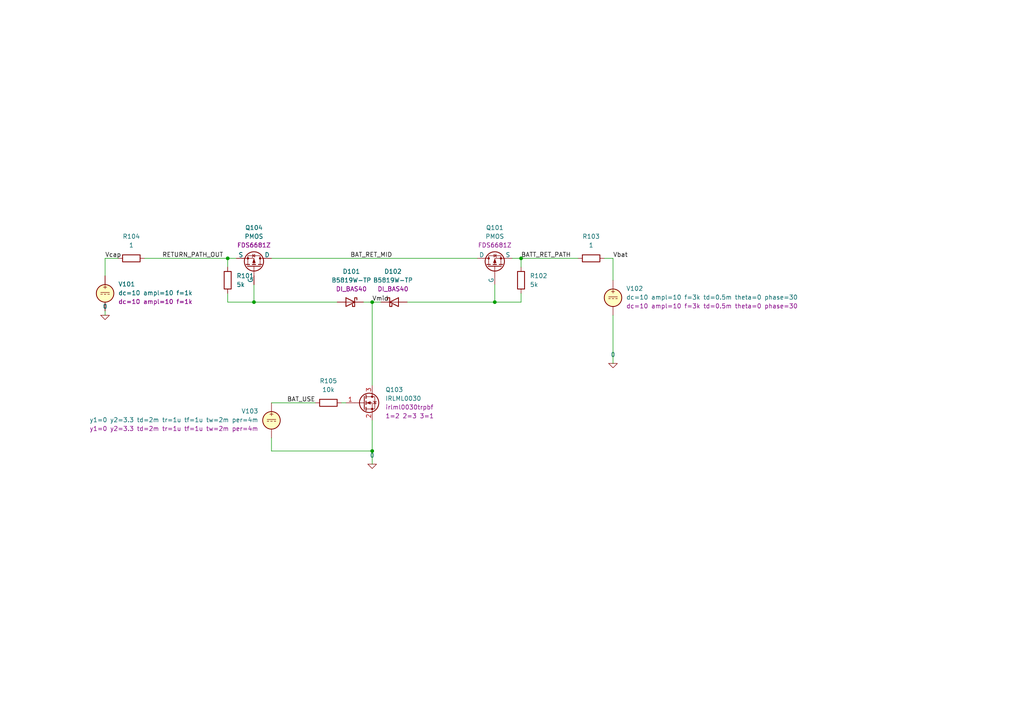
<source format=kicad_sch>
(kicad_sch (version 20240101) (generator "eeschema") (generator_version "8.99")
  (paper "A4")
  (lib_symbols
    (symbol "Device:D_Schottky" (pin_numbers hide) (pin_names (offset 1.016) hide)
      (symbol "D_Schottky_0_1"
        (polyline (pts (xy 1.27 0) (xy -1.27 0)))
        (polyline (pts (xy 1.27 1.27) (xy 1.27 -1.27) (xy -1.27 0) (xy 1.27 1.27)) (stroke (width 0.254)))
        (polyline (pts (xy -1.905 0.635) (xy -1.905 1.27) (xy -1.27 1.27) (xy -1.27 -1.27) (xy -0.635 -1.27) (xy -0.635 -0.635)) (stroke (width 0.254)))
      )
      (symbol "D_Schottky_1_1"
        (pin passive line (at -3.81 0 0) (length 2.54) (name "K") (number "1"))
        (pin passive line (at 3.81 0 180) (length 2.54) (name "A") (number "2"))
      )
    )
    (symbol "Device:R" (pin_numbers hide) (pin_names (offset 0))
      (symbol "R_0_1"
        (rectangle (start -1.016 -2.54) (end 1.016 2.54) (stroke (width 0.254)))
      )
      (symbol "R_1_1"
        (pin passive line (at 0 3.81 270) (length 1.27) (name "~") (number "1"))
        (pin passive line (at 0 -3.81 90) (length 1.27) (name "~") (number "2"))
      )
    )
    (symbol "Simulation_SPICE:0" (power) (pin_numbers hide) (pin_names (offset 0) hide)
      (property "Value" "0" (at 0 -2.54 0))
      (symbol "0_0_1"
        (polyline (pts (xy -1.27 0) (xy 0 -1.27) (xy 1.27 0) (xy -1.27 0)))
      )
      (symbol "0_1_1"
        (pin power_in line (at 0 0 0) (length 0) (name "~") (number "1"))
      )
    )
    (symbol "Simulation_SPICE:PMOS" (pin_numbers hide) (pin_names (offset 0))
      (property "Reference" "Q" (at 5.08 1.27 0))
      (property "Value" "PMOS" (at 5.08 -1.27 0))
      (symbol "PMOS_0_1"
        (polyline (pts (xy 0.254 0) (xy -2.54 0)))
        (polyline (pts (xy 0.254 1.905) (xy 0.254 -1.905)) (stroke (width 0.254)))
        (polyline (pts (xy 0.762 -1.27) (xy 0.762 -2.286)) (stroke (width 0.254)))
        (polyline (pts (xy 0.762 0.508) (xy 0.762 -0.508)) (stroke (width 0.254)))
        (polyline (pts (xy 0.762 2.286) (xy 0.762 1.27)) (stroke (width 0.254)))
        (polyline (pts (xy 2.54 2.54) (xy 2.54 1.778)))
        (polyline (pts (xy 2.54 -2.54) (xy 2.54 0) (xy 0.762 0)))
        (polyline (pts (xy 0.762 1.778) (xy 3.302 1.778) (xy 3.302 -1.778) (xy 0.762 -1.778)))
        (polyline (pts (xy 2.286 0) (xy 1.27 0.381) (xy 1.27 -0.381) (xy 2.286 0)) (fill (type outline)))
        (polyline (pts (xy 2.794 -0.508) (xy 2.921 -0.381) (xy 3.683 -0.381) (xy 3.81 -0.254)))
        (polyline (pts (xy 3.302 -0.381) (xy 2.921 0.254) (xy 3.683 0.254) (xy 3.302 -0.381)))
        (circle (center 1.651 0) (radius 2.794) (stroke (width 0.254)))
        (circle (center 2.54 -1.778) (radius 0.254) (fill (type outline)))
        (circle (center 2.54 1.778) (radius 0.254) (fill (type outline)))
      )
      (symbol "PMOS_1_1"
        (pin passive line (at 2.54 5.08 270) (length 2.54) (name "D") (number "1"))
        (pin input line (at -5.08 0 0) (length 2.54) (name "G") (number "2"))
        (pin passive line (at 2.54 -5.08 90) (length 2.54) (name "S") (number "3"))
      )
    )
    (symbol "Simulation_SPICE:VDC" (pin_numbers hide) (pin_names (offset 0.0254))
      (property "Reference" "V" (at 2.54 2.54 0))
      (property "Value" "1" (at 2.54 0 0))
      (symbol "VDC_0_0"
        (polyline (pts (xy -1.27 0.254) (xy 1.27 0.254)))
        (polyline (pts (xy -0.762 -0.254) (xy -1.27 -0.254)))
        (polyline (pts (xy 0.254 -0.254) (xy -0.254 -0.254)))
        (polyline (pts (xy 1.27 -0.254) (xy 0.762 -0.254)))
        (text "+" (at 0 1.905 0) (effects (font (size 1.27 1.27))))
      )
      (symbol "VDC_0_1"
        (circle (center 0 0) (radius 2.54) (stroke (width 0.254)) (fill (type background)))
      )
      (symbol "VDC_1_1"
        (pin passive line (at 0 5.08 270) (length 2.54) (name "~") (number "1"))
        (pin passive line (at 0 -5.08 90) (length 2.54) (name "~") (number "2"))
      )
    )
    (symbol "Transistor_FET:IRLML0030" (pin_names hide)
      (symbol "IRLML0030_0_1"
        (polyline (pts (xy 0.254 0) (xy -2.54 0)))
        (polyline (pts (xy 0.254 1.905) (xy 0.254 -1.905)) (stroke (width 0.254)))
        (polyline (pts (xy 0.762 -1.27) (xy 0.762 -2.286)) (stroke (width 0.254)))
        (polyline (pts (xy 0.762 0.508) (xy 0.762 -0.508)) (stroke (width 0.254)))
        (polyline (pts (xy 0.762 2.286) (xy 0.762 1.27)) (stroke (width 0.254)))
        (polyline (pts (xy 2.54 2.54) (xy 2.54 1.778)))
        (polyline (pts (xy 2.54 -2.54) (xy 2.54 0) (xy 0.762 0)))
        (polyline (pts (xy 0.762 -1.778) (xy 3.302 -1.778) (xy 3.302 1.778) (xy 0.762 1.778)))
        (polyline (pts (xy 1.016 0) (xy 2.032 0.381) (xy 2.032 -0.381) (xy 1.016 0)) (fill (type outline)))
        (polyline (pts (xy 2.794 0.508) (xy 2.921 0.381) (xy 3.683 0.381) (xy 3.81 0.254)))
        (polyline (pts (xy 3.302 0.381) (xy 2.921 -0.254) (xy 3.683 -0.254) (xy 3.302 0.381)))
        (circle (center 1.651 0) (radius 2.794) (stroke (width 0.254)))
        (circle (center 2.54 -1.778) (radius 0.254) (fill (type outline)))
        (circle (center 2.54 1.778) (radius 0.254) (fill (type outline)))
      )
      (symbol "IRLML0030_1_1"
        (pin input line (at -5.08 0 0) (length 2.54) (name "G") (number "1"))
        (pin passive line (at 2.54 -5.08 90) (length 2.54) (name "S") (number "2"))
        (pin passive line (at 2.54 5.08 270) (length 2.54) (name "D") (number "3"))
      )
    )
  )
  (junction (at 107.95 87.63))
  (junction (at 107.95 130.81))
  (junction (at 143.51 87.63))
  (junction (at 151.13 74.93))
  (junction (at 66.04 74.93))
  (junction (at 73.66 87.63))
  (wire (pts (xy 118.11 87.63) (xy 143.51 87.63)))
  (wire (pts (xy 78.74 130.81) (xy 107.95 130.81)))
  (wire (pts (xy 41.91 74.93) (xy 66.04 74.93)))
  (wire (pts (xy 78.74 127) (xy 78.74 130.81)))
  (wire (pts (xy 78.74 116.84) (xy 91.44 116.84)))
  (wire (pts (xy 151.13 85.09) (xy 151.13 87.63)))
  (wire (pts (xy 151.13 74.93) (xy 151.13 77.47)))
  (wire (pts (xy 151.13 87.63) (xy 143.51 87.63)))
  (wire (pts (xy 73.66 87.63) (xy 73.66 82.55)))
  (wire (pts (xy 30.48 90.17) (xy 30.48 91.44)))
  (wire (pts (xy 78.74 74.93) (xy 138.43 74.93)))
  (wire (pts (xy 177.8 91.44) (xy 177.8 105.41)))
  (wire (pts (xy 66.04 87.63) (xy 73.66 87.63)))
  (wire (pts (xy 148.59 74.93) (xy 151.13 74.93)))
  (wire (pts (xy 99.06 116.84) (xy 100.33 116.84)))
  (wire (pts (xy 30.48 74.93) (xy 34.29 74.93)))
  (wire (pts (xy 66.04 74.93) (xy 66.04 77.47)))
  (wire (pts (xy 105.41 87.63) (xy 107.95 87.63)))
  (wire (pts (xy 107.95 87.63) (xy 110.49 87.63)))
  (wire (pts (xy 107.95 121.92) (xy 107.95 130.81)))
  (wire (pts (xy 177.8 74.93) (xy 177.8 81.28)))
  (wire (pts (xy 177.8 74.93) (xy 175.26 74.93)))
  (wire (pts (xy 151.13 74.93) (xy 167.64 74.93)))
  (wire (pts (xy 107.95 87.63) (xy 107.95 111.76)))
  (wire (pts (xy 107.95 130.81) (xy 107.95 134.62)))
  (wire (pts (xy 66.04 74.93) (xy 68.58 74.93)))
  (wire (pts (xy 73.66 87.63) (xy 97.79 87.63)))
  (wire (pts (xy 143.51 87.63) (xy 143.51 82.55)))
  (wire (pts (xy 30.48 80.01) (xy 30.48 74.93)))
  (wire (pts (xy 66.04 85.09) (xy 66.04 87.63)))
  (label "RETURN_PATH_OUT" (at 64.77 74.93 180))
  (label "BAT_RET_MID" (at 101.6 74.93 0))
  (label "BAT_USE" (at 91.44 116.84 180))
  (label "BATT_RET_PATH" (at 151.13 74.93 0))
  (label "Vcap" (at 30.48 74.93 0))
  (label "Vmid" (at 107.95 87.63 0))
  (label "Vbat" (at 177.8 74.93 0))
  (symbol (lib_id "Simulation_SPICE:VDC") (at 78.74 121.92 0) (unit 1)
    (property "Reference" "V103" (at 74.93 119.2501 0) (effects (justify right)))
    (property "Value" "${SIM.PARAMS}" (at 74.93 121.7901 0) (effects (justify right)))
    (property "Datasheet" "https://ngspice.sourceforge.io/docs/ngspice-html-manual/manual.xhtml#sec_Independent_Sources_for" (effects (hide yes)))
    (property "Description" "Voltage source, DC" (effects (hide yes)))
    (property "Sim.Pins" "1=+ 2=-" (effects (hide yes)))
    (property "Sim.Type" "PULSE" (effects (hide yes)))
    (property "Sim.Device" "V" (effects (hide yes)))
    (property "Sim.Params" "y1=0 y2=3.3 td=2m tr=1u tf=1u tw=2m per=4m" (at 74.93 124.3301 0) (effects (justify right)))
  )
  (symbol (lib_id "Simulation_SPICE:VDC") (at 177.8 86.36 0) (unit 1)
    (property "Reference" "V102" (at 181.61 83.6901 0) (effects (justify left)))
    (property "Value" "${SIM.PARAMS}" (at 181.61 86.2301 0) (effects (justify left)))
    (property "Datasheet" "https://ngspice.sourceforge.io/docs/ngspice-html-manual/manual.xhtml#sec_Independent_Sources_for" (effects (hide yes)))
    (property "Description" "Voltage source, DC" (effects (hide yes)))
    (property "Sim.Pins" "1=+ 2=-" (effects (hide yes)))
    (property "Sim.Type" "SIN" (effects (hide yes)))
    (property "Sim.Device" "V" (effects (hide yes)))
    (property "Sim.Params" "dc=10 ampl=10 f=3k td=0.5m theta=0 phase=30" (at 181.61 88.7701 0) (effects (justify left)))
  )
  (symbol (lib_id "Device:R") (at 38.1 74.93 270) (unit 1)
    (property "Reference" "R104" (at 38.1 68.58 90))
    (property "Value" "1" (at 38.1 71.12 90))
    (property "Footprint" "Resistor_SMD:R_0805_2012Metric" (effects (hide yes)))
    (property "Description" "Resistor" (effects (hide yes)))
  )
  (symbol (lib_id "Device:R") (at 171.45 74.93 270) (unit 1)
    (property "Reference" "R103" (at 171.45 68.58 90))
    (property "Value" "1" (at 171.45 71.12 90))
    (property "Footprint" "Resistor_SMD:R_0805_2012Metric" (effects (hide yes)))
    (property "Description" "Resistor" (effects (hide yes)))
  )
  (symbol (lib_id "Device:R") (at 151.13 81.28 0) (unit 1)
    (property "Reference" "R102" (at 153.67 80.0099 0) (effects (justify left)))
    (property "Value" "5k" (at 153.67 82.5499 0) (effects (justify left)))
    (property "Footprint" "Resistor_SMD:R_0805_2012Metric" (effects (hide yes)))
    (property "Description" "Resistor" (effects (hide yes)))
  )
  (symbol (lib_id "Simulation_SPICE:PMOS") (at 143.51 77.47 90) (unit 1)
    (property "Reference" "Q101" (at 143.51 66.04 90))
    (property "Value" "PMOS" (at 143.51 68.58 90))
    (property "Datasheet" "https://ngspice.sourceforge.io/docs/ngspice-html-manual/manual.xhtml#cha_MOSFETs" (effects (hide yes)))
    (property "Description" "P-MOSFET transistor, drain/source/gate" (effects (hide yes)))
    (property "Sim.Device" "SUBCKT" (effects (hide yes)))
    (property "Sim.Pins" "1=2 2=1 3=3" (effects (hide yes)))
    (property "Sim.Library" "/home/julien/Projets/Kicad/DefisSolaireV4/simu/libs/FDS6681Z.lib" (effects (hide yes)))
    (property "Sim.Name" "FDS6681Z" (at 143.51 71.12 90))
  )
  (symbol (lib_id "Device:D_Schottky") (at 114.3 87.63 0) (unit 1)
    (property "Reference" "D102" (at 113.9825 78.74 0))
    (property "Value" " B5819W-TP " (at 113.9825 81.28 0))
    (property "Footprint" "Diode_SMD:D_SOD-123" (effects (hide yes)))
    (property "Description" "Schottky diode" (effects (hide yes)))
    (property "Sim.Library" "/home/julien/Projets/Kicad/DefisSolaireV4/simu/libs/schottky_yolo.txt" (effects (hide yes)))
    (property "Sim.Name" "DI_BAS40" (at 113.9825 83.82 0))
    (property "Sim.Device" "D" (effects (hide yes)))
    (property "Sim.Pins" "1=K 2=A" (effects (hide yes)))
  )
  (symbol (lib_id "Simulation_SPICE:0") (at 30.48 91.44 0) (unit 1)
    (property "Reference" "#GND0103" (effects (hide yes)))
    (property "Value" "0" (at 30.48 88.9 0))
    (property "Datasheet" "https://ngspice.sourceforge.io/docs/ngspice-html-manual/manual.xhtml#subsec_Circuit_elements__device" (effects (hide yes)))
    (property "Description" "0V reference potential for simulation" (effects (hide yes)))
  )
  (symbol (lib_id "Device:D_Schottky") (at 101.6 87.63 0) (mirror y) (unit 1)
    (property "Reference" "D101" (at 101.9175 78.74 0))
    (property "Value" " B5819W-TP " (at 101.9175 81.28 0))
    (property "Footprint" "Diode_SMD:D_SOD-123" (effects (hide yes)))
    (property "Description" "Schottky diode" (effects (hide yes)))
    (property "Sim.Library" "/home/julien/Projets/Kicad/DefisSolaireV4/simu/libs/schottky_yolo.txt" (effects (hide yes)))
    (property "Sim.Name" "DI_BAS40" (at 101.9175 83.82 0))
    (property "Sim.Device" "D" (effects (hide yes)))
    (property "Sim.Pins" "1=K 2=A" (effects (hide yes)))
  )
  (symbol (lib_id "Simulation_SPICE:VDC") (at 30.48 85.09 0) (unit 1)
    (property "Reference" "V101" (at 34.29 82.4201 0) (effects (justify left)))
    (property "Value" "${SIM.PARAMS}" (at 34.29 84.9601 0) (effects (justify left)))
    (property "Datasheet" "https://ngspice.sourceforge.io/docs/ngspice-html-manual/manual.xhtml#sec_Independent_Sources_for" (effects (hide yes)))
    (property "Description" "Voltage source, DC" (effects (hide yes)))
    (property "Sim.Pins" "1=+ 2=-" (effects (hide yes)))
    (property "Sim.Type" "SIN" (effects (hide yes)))
    (property "Sim.Device" "V" (effects (hide yes)))
    (property "Sim.Params" "dc=10 ampl=10 f=1k" (at 34.29 87.5001 0) (effects (justify left)))
  )
  (symbol (lib_id "Device:R") (at 95.25 116.84 270) (unit 1)
    (property "Reference" "R105" (at 95.25 110.49 90))
    (property "Value" "10k" (at 95.25 113.03 90))
    (property "Footprint" "Resistor_SMD:R_0805_2012Metric" (effects (hide yes)))
    (property "Description" "Resistor" (effects (hide yes)))
  )
  (symbol (lib_id "Simulation_SPICE:0") (at 107.95 134.62 0) (unit 1)
    (property "Reference" "#GND0101" (effects (hide yes)))
    (property "Value" "0" (at 107.95 132.08 0))
    (property "Datasheet" "https://ngspice.sourceforge.io/docs/ngspice-html-manual/manual.xhtml#subsec_Circuit_elements__device" (effects (hide yes)))
    (property "Description" "0V reference potential for simulation" (effects (hide yes)))
  )
  (symbol (lib_id "Transistor_FET:IRLML0030") (at 105.41 116.84 0) (unit 1)
    (property "Reference" "Q103" (at 111.76 113.0299 0) (effects (justify left)))
    (property "Value" "IRLML0030" (at 111.76 115.5699 0) (effects (justify left)))
    (property "Footprint" "Package_TO_SOT_SMD:SOT-23" (effects (hide yes)))
    (property "Datasheet" "https://www.infineon.com/dgdl/irlml0030pbf.pdf?fileId=5546d462533600a401535664773825df" (effects (hide yes)))
    (property "Description" "5.3A Id, 30V Vds, 27mOhm Rds, N-Channel HEXFET Power MOSFET, SOT-23" (effects (hide yes)))
    (property "Sim.Library" "/home/julien/Projets/Kicad/DefisSolaireV4/simu/libs/irlml0030trpbf.spi" (effects (hide yes)))
    (property "Sim.Name" "irlml0030trpbf" (at 111.76 118.1099 0) (effects (justify left)))
    (property "Sim.Device" "SUBCKT" (effects (hide yes)))
    (property "Sim.Pins" "1=2 2=3 3=1" (at 111.76 120.6499 0) (effects (justify left)))
  )
  (symbol (lib_id "Simulation_SPICE:PMOS") (at 73.66 77.47 270) (mirror x) (unit 1)
    (property "Reference" "Q104" (at 73.66 66.04 90))
    (property "Value" "PMOS" (at 73.66 68.58 90))
    (property "Datasheet" "https://ngspice.sourceforge.io/docs/ngspice-html-manual/manual.xhtml#cha_MOSFETs" (effects (hide yes)))
    (property "Description" "P-MOSFET transistor, drain/source/gate" (effects (hide yes)))
    (property "Sim.Device" "SUBCKT" (effects (hide yes)))
    (property "Sim.Pins" "1=2 2=1 3=3" (effects (hide yes)))
    (property "Sim.Library" "/home/julien/Projets/Kicad/DefisSolaireV4/simu/libs/FDS6681Z.lib" (effects (hide yes)))
    (property "Sim.Name" "FDS6681Z" (at 73.66 71.12 90))
  )
  (symbol (lib_id "Simulation_SPICE:0") (at 177.8 105.41 0) (unit 1)
    (property "Reference" "#GND0102" (effects (hide yes)))
    (property "Value" "0" (at 177.8 102.87 0))
    (property "Datasheet" "https://ngspice.sourceforge.io/docs/ngspice-html-manual/manual.xhtml#subsec_Circuit_elements__device" (effects (hide yes)))
    (property "Description" "0V reference potential for simulation" (effects (hide yes)))
  )
  (symbol (lib_id "Device:R") (at 66.04 81.28 0) (unit 1)
    (property "Reference" "R101" (at 68.58 80.0099 0) (effects (justify left)))
    (property "Value" "5k" (at 68.58 82.5499 0) (effects (justify left)))
    (property "Footprint" "Resistor_SMD:R_0805_2012Metric" (effects (hide yes)))
    (property "Description" "Resistor" (effects (hide yes)))
  )
)
</source>
